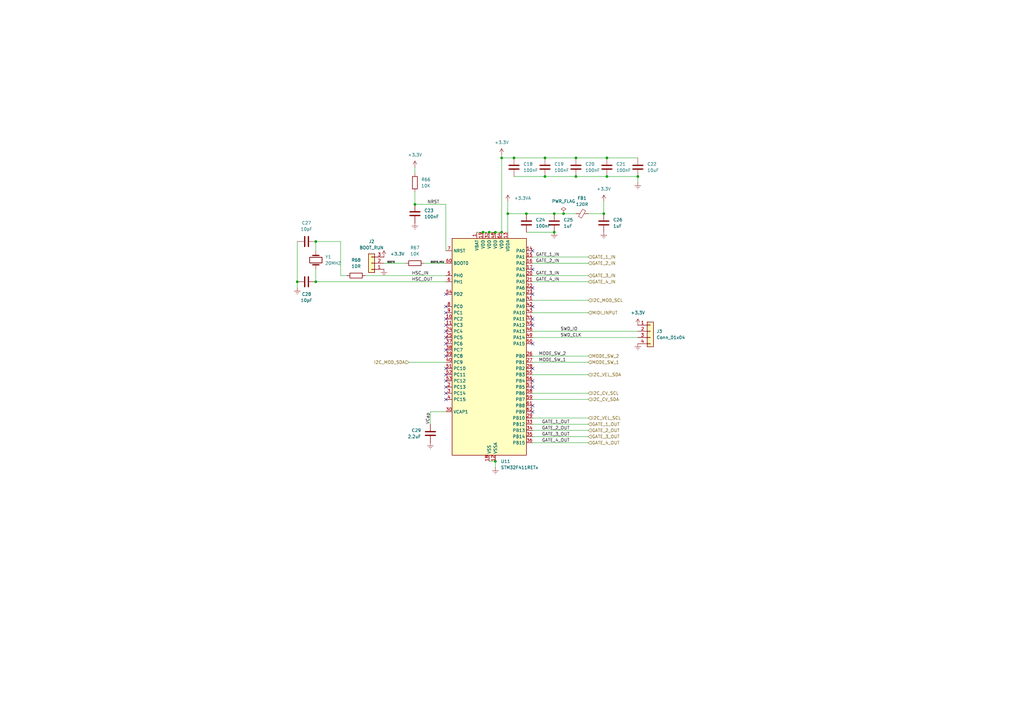
<source format=kicad_sch>
(kicad_sch (version 20231120) (generator "eeschema") (generator_version "8.0")
  (paper "A3")
  (lib_symbols
    (symbol "Connector_Generic:Conn_01x03" (pin_names (offset 1.016) hide)
      (property "Reference" "J" (at 0 5.08 0))
      (property "Value" "Conn_01x03" (at 0 -5.08 0))
      (symbol "Conn_01x03_1_1"
        (rectangle (start -1.27 -2.413) (end 0 -2.667) (stroke (width 0.1524)))
        (rectangle (start -1.27 0.127) (end 0 -0.127) (stroke (width 0.1524)))
        (rectangle (start -1.27 2.667) (end 0 2.413) (stroke (width 0.1524)))
        (rectangle (start -1.27 3.81) (end 1.27 -3.81) (stroke (width 0.254)) (fill (type background)))
        (pin passive line (at -5.08 2.54 0) (length 3.81) (name "Pin_1") (number "1"))
        (pin passive line (at -5.08 0 0) (length 3.81) (name "Pin_2") (number "2"))
        (pin passive line (at -5.08 -2.54 0) (length 3.81) (name "Pin_3") (number "3"))
      )
    )
    (symbol "Connector_Generic:Conn_01x04" (pin_names (offset 1.016) hide)
      (property "Reference" "J" (at 0 5.08 0))
      (property "Value" "Conn_01x04" (at 0 -7.62 0))
      (symbol "Conn_01x04_1_1"
        (rectangle (start -1.27 -4.953) (end 0 -5.207) (stroke (width 0.1524)))
        (rectangle (start -1.27 -2.413) (end 0 -2.667) (stroke (width 0.1524)))
        (rectangle (start -1.27 0.127) (end 0 -0.127) (stroke (width 0.1524)))
        (rectangle (start -1.27 2.667) (end 0 2.413) (stroke (width 0.1524)))
        (rectangle (start -1.27 3.81) (end 1.27 -6.35) (stroke (width 0.254)) (fill (type background)))
        (pin passive line (at -5.08 2.54 0) (length 3.81) (name "Pin_1") (number "1"))
        (pin passive line (at -5.08 0 0) (length 3.81) (name "Pin_2") (number "2"))
        (pin passive line (at -5.08 -2.54 0) (length 3.81) (name "Pin_3") (number "3"))
        (pin passive line (at -5.08 -5.08 0) (length 3.81) (name "Pin_4") (number "4"))
      )
    )
    (symbol "Device:C" (pin_numbers hide) (pin_names (offset 0.254))
      (property "Reference" "C" (at 0.635 2.54 0))
      (property "Value" "C" (at 0.635 -2.54 0))
      (symbol "C_0_1"
        (polyline (pts (xy -2.032 -0.762) (xy 2.032 -0.762)) (stroke (width 0.508)))
        (polyline (pts (xy -2.032 0.762) (xy 2.032 0.762)) (stroke (width 0.508)))
      )
      (symbol "C_1_1"
        (pin passive line (at 0 3.81 270) (length 2.794) (name "~") (number "1"))
        (pin passive line (at 0 -3.81 90) (length 2.794) (name "~") (number "2"))
      )
    )
    (symbol "Device:Crystal" (pin_numbers hide) (pin_names (offset 1.016) hide)
      (property "Reference" "Y" (at 0 3.81 0))
      (property "Value" "Crystal" (at 0 -3.81 0))
      (symbol "Crystal_0_1"
        (rectangle (start -1.143 2.54) (end 1.143 -2.54) (stroke (width 0.3048)))
        (polyline (pts (xy -2.54 0) (xy -1.905 0)))
        (polyline (pts (xy -1.905 -1.27) (xy -1.905 1.27)) (stroke (width 0.508)))
        (polyline (pts (xy 1.905 -1.27) (xy 1.905 1.27)) (stroke (width 0.508)))
        (polyline (pts (xy 2.54 0) (xy 1.905 0)))
      )
      (symbol "Crystal_1_1"
        (pin passive line (at -3.81 0 0) (length 1.27) (name "1") (number "1"))
        (pin passive line (at 3.81 0 180) (length 1.27) (name "2") (number "2"))
      )
    )
    (symbol "Device:FerriteBead_Small" (pin_numbers hide) (pin_names (offset 0))
      (property "Reference" "FB" (at 1.905 1.27 0))
      (property "Value" "FerriteBead_Small" (at 1.905 -1.27 0))
      (symbol "FerriteBead_Small_0_1"
        (polyline (pts (xy 0 -1.27) (xy 0 -0.7874)))
        (polyline (pts (xy 0 0.889) (xy 0 1.2954)))
        (polyline (pts (xy -1.8288 0.2794) (xy -1.1176 1.4986) (xy 1.8288 -0.2032) (xy 1.1176 -1.4224) (xy -1.8288 0.2794)))
      )
      (symbol "FerriteBead_Small_1_1"
        (pin passive line (at 0 2.54 270) (length 1.27) (name "~") (number "1"))
        (pin passive line (at 0 -2.54 90) (length 1.27) (name "~") (number "2"))
      )
    )
    (symbol "Device:R" (pin_numbers hide) (pin_names (offset 0))
      (property "Reference" "R" (at 2.032 0 90))
      (property "Value" "R" (at 0 0 90))
      (symbol "R_0_1"
        (rectangle (start -1.016 -2.54) (end 1.016 2.54) (stroke (width 0.254)))
      )
      (symbol "R_1_1"
        (pin passive line (at 0 3.81 270) (length 1.27) (name "~") (number "1"))
        (pin passive line (at 0 -3.81 90) (length 1.27) (name "~") (number "2"))
      )
    )
    (symbol "MCU_ST_STM32F4:STM32F411RETx"
      (property "Reference" "U" (at -15.24 46.99 0))
      (property "Value" "STM32F411RETx" (at 10.16 46.99 0))
      (symbol "STM32F411RETx_0_1"
        (rectangle (start -15.24 -43.18) (end 15.24 45.72) (stroke (width 0.254)) (fill (type background)))
      )
      (symbol "STM32F411RETx_1_1"
        (pin power_in line (at -5.08 48.26 270) (length 2.54) (name "VBAT") (number "1"))
        (pin bidirectional line (at -17.78 12.7 0) (length 2.54) (name "PC2") (number "10"))
        (pin bidirectional line (at -17.78 10.16 0) (length 2.54) (name "PC3") (number "11"))
        (pin power_in line (at 2.54 -45.72 90) (length 2.54) (name "VSSA") (number "12"))
        (pin power_in line (at 7.62 48.26 270) (length 2.54) (name "VDDA") (number "13"))
        (pin bidirectional line (at 17.78 40.64 180) (length 2.54) (name "PA0") (number "14"))
        (pin bidirectional line (at 17.78 38.1 180) (length 2.54) (name "PA1") (number "15"))
        (pin bidirectional line (at 17.78 35.56 180) (length 2.54) (name "PA2") (number "16"))
        (pin bidirectional line (at 17.78 33.02 180) (length 2.54) (name "PA3") (number "17"))
        (pin power_in line (at 0 -45.72 90) (length 2.54) (name "VSS") (number "18"))
        (pin power_in line (at -2.54 48.26 270) (length 2.54) (name "VDD") (number "19"))
        (pin bidirectional line (at -17.78 -15.24 0) (length 2.54) (name "PC13") (number "2"))
        (pin bidirectional line (at 17.78 30.48 180) (length 2.54) (name "PA4") (number "20"))
        (pin bidirectional line (at 17.78 27.94 180) (length 2.54) (name "PA5") (number "21"))
        (pin bidirectional line (at 17.78 25.4 180) (length 2.54) (name "PA6") (number "22"))
        (pin bidirectional line (at 17.78 22.86 180) (length 2.54) (name "PA7") (number "23"))
        (pin bidirectional line (at -17.78 7.62 0) (length 2.54) (name "PC4") (number "24"))
        (pin bidirectional line (at -17.78 5.08 0) (length 2.54) (name "PC5") (number "25"))
        (pin bidirectional line (at 17.78 -2.54 180) (length 2.54) (name "PB0") (number "26"))
        (pin bidirectional line (at 17.78 -5.08 180) (length 2.54) (name "PB1") (number "27"))
        (pin bidirectional line (at 17.78 -7.62 180) (length 2.54) (name "PB2") (number "28"))
        (pin bidirectional line (at 17.78 -27.94 180) (length 2.54) (name "PB10") (number "29"))
        (pin bidirectional line (at -17.78 -17.78 0) (length 2.54) (name "PC14") (number "3"))
        (pin power_out line (at -17.78 -25.4 0) (length 2.54) (name "VCAP1") (number "30"))
        (pin passive line (at 0 -45.72 90) (length 2.54) hide (name "VSS") (number "31"))
        (pin power_in line (at 0 48.26 270) (length 2.54) (name "VDD") (number "32"))
        (pin bidirectional line (at 17.78 -30.48 180) (length 2.54) (name "PB12") (number "33"))
        (pin bidirectional line (at 17.78 -33.02 180) (length 2.54) (name "PB13") (number "34"))
        (pin bidirectional line (at 17.78 -35.56 180) (length 2.54) (name "PB14") (number "35"))
        (pin bidirectional line (at 17.78 -38.1 180) (length 2.54) (name "PB15") (number "36"))
        (pin bidirectional line (at -17.78 2.54 0) (length 2.54) (name "PC6") (number "37"))
        (pin bidirectional line (at -17.78 0 0) (length 2.54) (name "PC7") (number "38"))
        (pin bidirectional line (at -17.78 -2.54 0) (length 2.54) (name "PC8") (number "39"))
        (pin bidirectional line (at -17.78 -20.32 0) (length 2.54) (name "PC15") (number "4"))
        (pin bidirectional line (at -17.78 -5.08 0) (length 2.54) (name "PC9") (number "40"))
        (pin bidirectional line (at 17.78 20.32 180) (length 2.54) (name "PA8") (number "41"))
        (pin bidirectional line (at 17.78 17.78 180) (length 2.54) (name "PA9") (number "42"))
        (pin bidirectional line (at 17.78 15.24 180) (length 2.54) (name "PA10") (number "43"))
        (pin bidirectional line (at 17.78 12.7 180) (length 2.54) (name "PA11") (number "44"))
        (pin bidirectional line (at 17.78 10.16 180) (length 2.54) (name "PA12") (number "45"))
        (pin bidirectional line (at 17.78 7.62 180) (length 2.54) (name "PA13") (number "46"))
        (pin passive line (at 0 -45.72 90) (length 2.54) hide (name "VSS") (number "47"))
        (pin power_in line (at 2.54 48.26 270) (length 2.54) (name "VDD") (number "48"))
        (pin bidirectional line (at 17.78 5.08 180) (length 2.54) (name "PA14") (number "49"))
        (pin bidirectional line (at -17.78 30.48 0) (length 2.54) (name "PH0") (number "5"))
        (pin bidirectional line (at 17.78 2.54 180) (length 2.54) (name "PA15") (number "50"))
        (pin bidirectional line (at -17.78 -7.62 0) (length 2.54) (name "PC10") (number "51"))
        (pin bidirectional line (at -17.78 -10.16 0) (length 2.54) (name "PC11") (number "52"))
        (pin bidirectional line (at -17.78 -12.7 0) (length 2.54) (name "PC12") (number "53"))
        (pin bidirectional line (at -17.78 22.86 0) (length 2.54) (name "PD2") (number "54"))
        (pin bidirectional line (at 17.78 -10.16 180) (length 2.54) (name "PB3") (number "55"))
        (pin bidirectional line (at 17.78 -12.7 180) (length 2.54) (name "PB4") (number "56"))
        (pin bidirectional line (at 17.78 -15.24 180) (length 2.54) (name "PB5") (number "57"))
        (pin bidirectional line (at 17.78 -17.78 180) (length 2.54) (name "PB6") (number "58"))
        (pin bidirectional line (at 17.78 -20.32 180) (length 2.54) (name "PB7") (number "59"))
        (pin bidirectional line (at -17.78 27.94 0) (length 2.54) (name "PH1") (number "6"))
        (pin input line (at -17.78 35.56 0) (length 2.54) (name "BOOT0") (number "60"))
        (pin bidirectional line (at 17.78 -22.86 180) (length 2.54) (name "PB8") (number "61"))
        (pin bidirectional line (at 17.78 -25.4 180) (length 2.54) (name "PB9") (number "62"))
        (pin passive line (at 0 -45.72 90) (length 2.54) hide (name "VSS") (number "63"))
        (pin power_in line (at 5.08 48.26 270) (length 2.54) (name "VDD") (number "64"))
        (pin input line (at -17.78 40.64 0) (length 2.54) (name "NRST") (number "7"))
        (pin bidirectional line (at -17.78 17.78 0) (length 2.54) (name "PC0") (number "8"))
        (pin bidirectional line (at -17.78 15.24 0) (length 2.54) (name "PC1") (number "9"))
      )
    )
    (symbol "power:+3.3V" (power) (pin_numbers hide) (pin_names (offset 0) hide)
      (property "Value" "+3.3V" (at 0 3.556 0))
      (symbol "+3.3V_0_1"
        (polyline (pts (xy -0.762 1.27) (xy 0 2.54)))
        (polyline (pts (xy 0 0) (xy 0 2.54)))
        (polyline (pts (xy 0 2.54) (xy 0.762 1.27)))
      )
      (symbol "+3.3V_1_1"
        (pin power_in line (at 0 0 90) (length 0) (name "~") (number "1"))
      )
    )
    (symbol "power:GNDREF" (power) (pin_numbers hide) (pin_names (offset 0) hide)
      (property "Value" "GNDREF" (at 0 -3.81 0))
      (symbol "GNDREF_0_1"
        (polyline (pts (xy -0.635 -1.905) (xy 0.635 -1.905)))
        (polyline (pts (xy -0.127 -2.54) (xy 0.127 -2.54)))
        (polyline (pts (xy 0 -1.27) (xy 0 0)))
        (polyline (pts (xy 1.27 -1.27) (xy -1.27 -1.27)))
      )
      (symbol "GNDREF_1_1"
        (pin power_in line (at 0 0 270) (length 0) (name "~") (number "1"))
      )
    )
    (symbol "power:PWR_FLAG" (power) (pin_numbers hide) (pin_names (offset 0) hide)
      (property "Value" "PWR_FLAG" (at 0 3.81 0))
      (symbol "PWR_FLAG_0_0"
        (pin power_out line (at 0 0 90) (length 0) (name "~") (number "1"))
      )
      (symbol "PWR_FLAG_0_1"
        (polyline (pts (xy 0 0) (xy 0 1.27) (xy -1.016 1.905) (xy 0 2.54) (xy 1.016 1.905) (xy 0 1.27)))
      )
    )
  )
  (junction (at 170.18 83.82))
  (junction (at 227.33 95.25))
  (junction (at 129.54 115.57))
  (junction (at 205.74 95.25))
  (junction (at 223.52 72.39))
  (junction (at 210.82 64.77))
  (junction (at 227.33 87.63))
  (junction (at 208.28 87.63))
  (junction (at 248.92 72.39))
  (junction (at 236.22 72.39))
  (junction (at 223.52 64.77))
  (junction (at 231.14 87.63))
  (junction (at 205.74 64.77))
  (junction (at 215.9 87.63))
  (junction (at 248.92 64.77))
  (junction (at 198.12 95.25))
  (junction (at 236.22 64.77))
  (junction (at 129.54 99.06))
  (junction (at 247.65 87.63))
  (junction (at 203.2 95.25))
  (junction (at 203.2 189.23))
  (junction (at 121.92 115.57))
  (junction (at 261.62 72.39))
  (junction (at 200.66 95.25))
  (no_connect (at 218.44 102.87))
  (no_connect (at 218.44 140.97))
  (no_connect (at 182.88 125.73))
  (no_connect (at 182.88 146.05))
  (no_connect (at 218.44 130.81))
  (no_connect (at 218.44 125.73))
  (no_connect (at 218.44 120.65))
  (no_connect (at 182.88 128.27))
  (no_connect (at 182.88 161.29))
  (no_connect (at 218.44 133.35))
  (no_connect (at 182.88 140.97))
  (no_connect (at 182.88 153.67))
  (no_connect (at 218.44 151.13))
  (no_connect (at 218.44 158.75))
  (no_connect (at 182.88 130.81))
  (no_connect (at 182.88 133.35))
  (no_connect (at 218.44 166.37))
  (no_connect (at 182.88 158.75))
  (no_connect (at 182.88 120.65))
  (no_connect (at 218.44 156.21))
  (no_connect (at 182.88 143.51))
  (no_connect (at 218.44 118.11))
  (no_connect (at 182.88 156.21))
  (no_connect (at 182.88 163.83))
  (no_connect (at 218.44 110.49))
  (no_connect (at 182.88 138.43))
  (no_connect (at 182.88 151.13))
  (no_connect (at 182.88 135.89))
  (no_connect (at 218.44 168.91))
  (wire (pts (xy 261.62 74.93) (xy 261.62 72.39)))
  (wire (pts (xy 241.3 153.67) (xy 218.44 153.67)))
  (wire (pts (xy 210.82 64.77) (xy 223.52 64.77)))
  (wire (pts (xy 170.18 68.58) (xy 170.18 71.12)))
  (wire (pts (xy 205.74 63.5) (xy 205.74 64.77)))
  (wire (pts (xy 203.2 191.77) (xy 203.2 189.23)))
  (wire (pts (xy 205.74 64.77) (xy 210.82 64.77)))
  (wire (pts (xy 170.18 78.74) (xy 170.18 83.82)))
  (wire (pts (xy 218.44 115.57) (xy 241.3 115.57)))
  (wire (pts (xy 176.53 168.91) (xy 182.88 168.91)))
  (wire (pts (xy 241.3 171.45) (xy 218.44 171.45)))
  (wire (pts (xy 167.64 148.59) (xy 182.88 148.59)))
  (wire (pts (xy 121.92 99.06) (xy 121.92 115.57)))
  (wire (pts (xy 129.54 115.57) (xy 182.88 115.57)))
  (wire (pts (xy 218.44 176.53) (xy 241.3 176.53)))
  (wire (pts (xy 182.88 102.87) (xy 182.88 83.82)))
  (wire (pts (xy 200.66 95.25) (xy 203.2 95.25)))
  (wire (pts (xy 205.74 64.77) (xy 205.74 95.25)))
  (wire (pts (xy 227.33 87.63) (xy 231.14 87.63)))
  (wire (pts (xy 215.9 87.63) (xy 227.33 87.63)))
  (wire (pts (xy 248.92 72.39) (xy 261.62 72.39)))
  (wire (pts (xy 218.44 105.41) (xy 241.3 105.41)))
  (wire (pts (xy 223.52 64.77) (xy 236.22 64.77)))
  (wire (pts (xy 208.28 87.63) (xy 215.9 87.63)))
  (wire (pts (xy 195.58 95.25) (xy 198.12 95.25)))
  (wire (pts (xy 198.12 95.25) (xy 200.66 95.25)))
  (wire (pts (xy 218.44 135.89) (xy 261.62 135.89)))
  (wire (pts (xy 241.3 161.29) (xy 218.44 161.29)))
  (wire (pts (xy 129.54 102.87) (xy 129.54 99.06)))
  (wire (pts (xy 157.48 107.95) (xy 166.37 107.95)))
  (wire (pts (xy 208.28 87.63) (xy 208.28 95.25)))
  (wire (pts (xy 241.3 163.83) (xy 218.44 163.83)))
  (wire (pts (xy 236.22 64.77) (xy 248.92 64.77)))
  (wire (pts (xy 129.54 99.06) (xy 139.7 99.06)))
  (wire (pts (xy 241.3 128.27) (xy 218.44 128.27)))
  (wire (pts (xy 218.44 113.03) (xy 241.3 113.03)))
  (wire (pts (xy 139.7 99.06) (xy 139.7 113.03)))
  (wire (pts (xy 200.66 189.23) (xy 203.2 189.23)))
  (wire (pts (xy 236.22 72.39) (xy 248.92 72.39)))
  (wire (pts (xy 203.2 95.25) (xy 205.74 95.25)))
  (wire (pts (xy 223.52 72.39) (xy 236.22 72.39)))
  (wire (pts (xy 121.92 115.57) (xy 121.92 118.11)))
  (wire (pts (xy 208.28 87.63) (xy 208.28 82.55)))
  (wire (pts (xy 218.44 123.19) (xy 241.3 123.19)))
  (wire (pts (xy 139.7 113.03) (xy 142.24 113.03)))
  (wire (pts (xy 218.44 146.05) (xy 241.3 146.05)))
  (wire (pts (xy 247.65 82.55) (xy 247.65 87.63)))
  (wire (pts (xy 218.44 179.07) (xy 241.3 179.07)))
  (wire (pts (xy 173.99 107.95) (xy 182.88 107.95)))
  (wire (pts (xy 129.54 110.49) (xy 129.54 115.57)))
  (wire (pts (xy 248.92 64.77) (xy 261.62 64.77)))
  (wire (pts (xy 241.3 87.63) (xy 247.65 87.63)))
  (wire (pts (xy 241.3 173.99) (xy 218.44 173.99)))
  (wire (pts (xy 210.82 72.39) (xy 223.52 72.39)))
  (wire (pts (xy 241.3 148.59) (xy 218.44 148.59)))
  (wire (pts (xy 182.88 83.82) (xy 170.18 83.82)))
  (wire (pts (xy 218.44 138.43) (xy 261.62 138.43)))
  (wire (pts (xy 215.9 95.25) (xy 227.33 95.25)))
  (wire (pts (xy 149.86 113.03) (xy 182.88 113.03)))
  (wire (pts (xy 176.53 168.91) (xy 176.53 173.99)))
  (wire (pts (xy 231.14 87.63) (xy 236.22 87.63)))
  (wire (pts (xy 218.44 181.61) (xy 241.3 181.61)))
  (wire (pts (xy 218.44 107.95) (xy 241.3 107.95)))
  (label "GATE_3_OUT" (at 222.25 179.07 0))
  (label "VCap" (at 176.53 173.99 90))
  (label "SWD_CLK" (at 229.87 138.43 0))
  (label "GATE_1_OUT" (at 222.25 173.99 0))
  (label "BOOT0" (at 158.75 107.95 0) (effects (font (size 0.635 0.635))))
  (label "GATE_1_IN" (at 219.71 105.41 0))
  (label "MODE_SW_1" (at 220.98 148.59 0))
  (label "GATE_4_OUT" (at 222.25 181.61 0))
  (label "GATE_3_IN" (at 219.71 113.03 0))
  (label "GATE_2_OUT" (at 222.25 176.53 0))
  (label "GATE_2_IN" (at 219.71 107.95 0))
  (label "SWD_IO" (at 229.87 135.89 0))
  (label "HSC_OUT" (at 168.91 115.57 0))
  (label "GATE_4_IN" (at 219.71 115.57 0))
  (label "HSC_IN" (at 168.91 113.03 0))
  (label "BOOT0_MCU" (at 176.53 107.95 0) (effects (font (size 0.635 0.635))))
  (label "NRST" (at 175.26 83.82 0))
  (label "MODE_SW_2" (at 220.98 146.05 0))
  (hierarchical_label "I2C_CV_SDA" (shape input) (at 241.3 163.83 0))
  (hierarchical_label "GATE_4_OUT" (shape input) (at 241.3 181.61 0))
  (hierarchical_label "GATE_3_IN" (shape input) (at 241.3 113.03 0))
  (hierarchical_label "GATE_2_IN" (shape input) (at 241.3 107.95 0))
  (hierarchical_label "GATE_1_OUT" (shape input) (at 241.3 173.99 0))
  (hierarchical_label "I2C_VEL_SDA" (shape input) (at 241.3 153.67 0))
  (hierarchical_label "MODE_SW_2" (shape input) (at 241.3 146.05 0))
  (hierarchical_label "MIDI_INPUT" (shape input) (at 241.3 128.27 0))
  (hierarchical_label "GATE_2_OUT" (shape input) (at 241.3 176.53 0))
  (hierarchical_label "I2C_CV_SCL" (shape input) (at 241.3 161.29 0))
  (hierarchical_label "I2C_MOD_SCL" (shape input) (at 241.3 123.19 0))
  (hierarchical_label "GATE_4_IN" (shape input) (at 241.3 115.57 0))
  (hierarchical_label "MODE_SW_1" (shape input) (at 241.3 148.59 0))
  (hierarchical_label "I2C_MOD_SDA" (shape input) (at 167.64 148.59 180))
  (hierarchical_label "GATE_1_IN" (shape input) (at 241.3 105.41 0))
  (hierarchical_label "I2C_VEL_SCL" (shape input) (at 241.3 171.45 0))
  (hierarchical_label "GATE_3_OUT" (shape input) (at 241.3 179.07 0))
  (symbol (lib_id "Device:C") (at 248.92 68.58 180) (unit 1)
    (property "Reference" "C21" (at 252.73 67.3099 0) (effects (justify right)))
    (property "Value" "100nF" (at 252.73 69.8499 0) (effects (justify right)))
    (property "Footprint" "Capacitor_SMD:C_0805_2012Metric_Pad1.18x1.45mm_HandSolder" (effects (hide yes)))
    (property "Description" "Unpolarized capacitor" (effects (hide yes)))
  )
  (symbol (lib_id "power:GNDREF") (at 157.48 110.49 0) (unit 1)
    (property "Reference" "#PWR094" (effects (hide yes)))
    (property "Value" "GNDREF" (effects (hide yes)))
    (property "Description" "Power symbol creates a global label with name \"GNDREF\" , reference supply ground" (effects (hide yes)))
  )
  (symbol (lib_id "Device:R") (at 146.05 113.03 90) (unit 1)
    (property "Reference" "R68" (at 146.05 106.68 90))
    (property "Value" "10R" (at 146.05 109.22 90))
    (property "Footprint" "Resistor_SMD:R_0805_2012Metric_Pad1.20x1.40mm_HandSolder" (effects (hide yes)))
    (property "Description" "Resistor" (effects (hide yes)))
  )
  (symbol (lib_id "power:GNDREF") (at 227.33 95.25 0) (unit 1)
    (property "Reference" "#PWR091" (effects (hide yes)))
    (property "Value" "GNDREF" (effects (hide yes)))
    (property "Description" "Power symbol creates a global label with name \"GNDREF\" , reference supply ground" (effects (hide yes)))
  )
  (symbol (lib_id "Device:FerriteBead_Small") (at 238.76 87.63 90) (unit 1)
    (property "Reference" "FB1" (at 238.7219 81.28 90))
    (property "Value" "120R" (at 238.7219 83.82 90))
    (property "Footprint" "Inductor_SMD:L_0805_2012Metric_Pad1.05x1.20mm_HandSolder" (effects (hide yes)))
    (property "Description" "Ferrite bead, small symbol" (effects (hide yes)))
  )
  (symbol (lib_id "power:GNDREF") (at 247.65 95.25 0) (unit 1)
    (property "Reference" "#PWR092" (effects (hide yes)))
    (property "Value" "GNDREF" (effects (hide yes)))
    (property "Description" "Power symbol creates a global label with name \"GNDREF\" , reference supply ground" (effects (hide yes)))
  )
  (symbol (lib_id "Device:C") (at 261.62 68.58 180) (unit 1)
    (property "Reference" "C22" (at 265.43 67.3099 0) (effects (justify right)))
    (property "Value" "10uF" (at 265.43 69.8499 0) (effects (justify right)))
    (property "Footprint" "Capacitor_SMD:C_0805_2012Metric_Pad1.18x1.45mm_HandSolder" (effects (hide yes)))
    (property "Description" "Unpolarized capacitor" (effects (hide yes)))
  )
  (symbol (lib_id "power:GNDREF") (at 261.62 140.97 0) (unit 1)
    (property "Reference" "#PWR097" (effects (hide yes)))
    (property "Value" "GNDREF" (effects (hide yes)))
    (property "Description" "Power symbol creates a global label with name \"GNDREF\" , reference supply ground" (effects (hide yes)))
  )
  (symbol (lib_id "Connector_Generic:Conn_01x04") (at 266.7 135.89 0) (unit 1)
    (property "Reference" "J3" (at 269.24 135.8899 0) (effects (justify left)))
    (property "Value" "Conn_01x04" (at 269.24 138.4299 0) (effects (justify left)))
    (property "Footprint" "Connector_PinHeader_2.54mm:PinHeader_1x04_P2.54mm_Vertical" (effects (hide yes)))
    (property "Description" "Generic connector, single row, 01x04, script generated (kicad-library-utils/schlib/autogen/connector/)" (effects (hide yes)))
  )
  (symbol (lib_id "power:+3.3V") (at 157.48 105.41 0) (unit 1)
    (property "Reference" "#PWR093" (effects (hide yes)))
    (property "Value" "+3.3V" (at 160.02 104.1399 0) (effects (justify left)))
    (property "Description" "Power symbol creates a global label with name \"+3.3V\"" (effects (hide yes)))
  )
  (symbol (lib_id "Device:R") (at 170.18 107.95 90) (unit 1)
    (property "Reference" "R67" (at 170.18 101.6 90))
    (property "Value" "10K" (at 170.18 104.14 90))
    (property "Footprint" "Resistor_SMD:R_0805_2012Metric_Pad1.20x1.40mm_HandSolder" (effects (hide yes)))
    (property "Description" "Resistor" (effects (hide yes)))
  )
  (symbol (lib_id "power:+3.3V") (at 261.62 133.35 0) (unit 1)
    (property "Reference" "#PWR096" (effects (hide yes)))
    (property "Value" "+3.3V" (at 261.62 128.27 0))
    (property "Description" "Power symbol creates a global label with name \"+3.3V\"" (effects (hide yes)))
  )
  (symbol (lib_id "power:GNDREF") (at 176.53 181.61 0) (unit 1)
    (property "Reference" "#PWR098" (effects (hide yes)))
    (property "Value" "GNDREF" (effects (hide yes)))
    (property "Description" "Power symbol creates a global label with name \"GNDREF\" , reference supply ground" (effects (hide yes)))
  )
  (symbol (lib_id "Device:C") (at 125.73 99.06 270) (unit 1)
    (property "Reference" "C27" (at 125.73 91.44 90))
    (property "Value" "10pF" (at 125.73 93.98 90))
    (property "Footprint" "Capacitor_SMD:C_0805_2012Metric_Pad1.18x1.45mm_HandSolder" (effects (hide yes)))
    (property "Description" "Unpolarized capacitor" (effects (hide yes)))
  )
  (symbol (lib_id "Device:C") (at 227.33 91.44 180) (unit 1)
    (property "Reference" "C25" (at 231.14 90.1699 0) (effects (justify right)))
    (property "Value" "1uF" (at 231.14 92.7099 0) (effects (justify right)))
    (property "Footprint" "Capacitor_SMD:C_0805_2012Metric_Pad1.18x1.45mm_HandSolder" (effects (hide yes)))
    (property "Description" "Unpolarized capacitor" (effects (hide yes)))
  )
  (symbol (lib_id "Connector_Generic:Conn_01x03") (at 152.4 107.95 180) (unit 1)
    (property "Reference" "J2" (at 152.4 99.06 0))
    (property "Value" "BOOT_RUN" (at 152.4 101.6 0))
    (property "Footprint" "Connector_PinHeader_2.54mm:PinHeader_1x03_P2.54mm_Vertical" (effects (hide yes)))
    (property "Description" "Generic connector, single row, 01x03, script generated (kicad-library-utils/schlib/autogen/connector/)" (effects (hide yes)))
  )
  (symbol (lib_id "power:GNDREF") (at 121.92 118.11 0) (unit 1)
    (property "Reference" "#PWR095" (effects (hide yes)))
    (property "Value" "GNDREF" (effects (hide yes)))
    (property "Description" "Power symbol creates a global label with name \"GNDREF\" , reference supply ground" (effects (hide yes)))
  )
  (symbol (lib_id "power:+3.3V") (at 247.65 82.55 0) (unit 1)
    (property "Reference" "#PWR089" (effects (hide yes)))
    (property "Value" "+3.3V" (at 247.65 77.47 0))
    (property "Description" "Power symbol creates a global label with name \"+3.3V\"" (effects (hide yes)))
  )
  (symbol (lib_id "power:GNDREF") (at 261.62 74.93 0) (unit 1)
    (property "Reference" "#PWR087" (effects (hide yes)))
    (property "Value" "GNDREF" (effects (hide yes)))
    (property "Description" "Power symbol creates a global label with name \"GNDREF\" , reference supply ground" (effects (hide yes)))
  )
  (symbol (lib_id "Device:C") (at 236.22 68.58 180) (unit 1)
    (property "Reference" "C20" (at 240.03 67.3099 0) (effects (justify right)))
    (property "Value" "100nF" (at 240.03 69.8499 0) (effects (justify right)))
    (property "Footprint" "Capacitor_SMD:C_0805_2012Metric_Pad1.18x1.45mm_HandSolder" (effects (hide yes)))
    (property "Description" "Unpolarized capacitor" (effects (hide yes)))
  )
  (symbol (lib_id "Device:C") (at 210.82 68.58 180) (unit 1)
    (property "Reference" "C18" (at 214.63 67.3099 0) (effects (justify right)))
    (property "Value" "100nF" (at 214.63 69.8499 0) (effects (justify right)))
    (property "Footprint" "Capacitor_SMD:C_0805_2012Metric_Pad1.18x1.45mm_HandSolder" (effects (hide yes)))
    (property "Description" "Unpolarized capacitor" (effects (hide yes)))
  )
  (symbol (lib_id "Device:Crystal") (at 129.54 106.68 270) (unit 1)
    (property "Reference" "Y1" (at 133.35 105.4099 90) (effects (justify left)))
    (property "Value" "20MHZ" (at 133.35 107.9499 90) (effects (justify left)))
    (property "Footprint" "Crystal:Crystal_SMD_HC49-SD_HandSoldering" (effects (hide yes)))
    (property "Description" "Two pin crystal" (effects (hide yes)))
  )
  (symbol (lib_id "Device:C") (at 125.73 115.57 270) (unit 1)
    (property "Reference" "C28" (at 125.73 120.65 90))
    (property "Value" "10pF" (at 125.73 123.19 90))
    (property "Footprint" "Capacitor_SMD:C_0805_2012Metric_Pad1.18x1.45mm_HandSolder" (effects (hide yes)))
    (property "Description" "Unpolarized capacitor" (effects (hide yes)))
  )
  (symbol (lib_id "Device:C") (at 176.53 177.8 0) (unit 1)
    (property "Reference" "C29" (at 172.72 176.5299 0) (effects (justify right)))
    (property "Value" "2.2uF" (at 172.72 179.0699 0) (effects (justify right)))
    (property "Footprint" "Capacitor_SMD:C_0805_2012Metric_Pad1.18x1.45mm_HandSolder" (effects (hide yes)))
    (property "Description" "Unpolarized capacitor" (effects (hide yes)))
  )
  (symbol (lib_id "Device:C") (at 223.52 68.58 180) (unit 1)
    (property "Reference" "C19" (at 227.33 67.3099 0) (effects (justify right)))
    (property "Value" "100nF" (at 227.33 69.8499 0) (effects (justify right)))
    (property "Footprint" "Capacitor_SMD:C_0805_2012Metric_Pad1.18x1.45mm_HandSolder" (effects (hide yes)))
    (property "Description" "Unpolarized capacitor" (effects (hide yes)))
  )
  (symbol (lib_id "Device:C") (at 170.18 87.63 0) (unit 1)
    (property "Reference" "C23" (at 173.99 86.3599 0) (effects (justify left)))
    (property "Value" "100nF" (at 173.99 88.8999 0) (effects (justify left)))
    (property "Footprint" "Capacitor_SMD:C_0805_2012Metric_Pad1.18x1.45mm_HandSolder" (effects (hide yes)))
    (property "Description" "Unpolarized capacitor" (effects (hide yes)))
  )
  (symbol (lib_id "power:+3.3V") (at 170.18 68.58 0) (unit 1)
    (property "Reference" "#PWR086" (effects (hide yes)))
    (property "Value" "+3.3V" (at 170.18 63.5 0))
    (property "Description" "Power symbol creates a global label with name \"+3.3V\"" (effects (hide yes)))
  )
  (symbol (lib_id "power:GNDREF") (at 203.2 191.77 0) (unit 1)
    (property "Reference" "#PWR099" (effects (hide yes)))
    (property "Value" "GNDREF" (effects (hide yes)))
    (property "Description" "Power symbol creates a global label with name \"GNDREF\" , reference supply ground" (effects (hide yes)))
  )
  (symbol (lib_id "power:GNDREF") (at 170.18 91.44 0) (unit 1)
    (property "Reference" "#PWR090" (effects (hide yes)))
    (property "Value" "GNDREF" (effects (hide yes)))
    (property "Description" "Power symbol creates a global label with name \"GNDREF\" , reference supply ground" (effects (hide yes)))
  )
  (symbol (lib_id "Device:R") (at 170.18 74.93 180) (unit 1)
    (property "Reference" "R66" (at 172.72 73.6599 0) (effects (justify right)))
    (property "Value" "10K" (at 172.72 76.1999 0) (effects (justify right)))
    (property "Footprint" "Resistor_SMD:R_0805_2012Metric_Pad1.20x1.40mm_HandSolder" (effects (hide yes)))
    (property "Description" "Resistor" (effects (hide yes)))
  )
  (symbol (lib_id "MCU_ST_STM32F4:STM32F411RETx") (at 200.66 143.51 0) (unit 1)
    (property "Reference" "U11" (at 205.3941 189.23 0) (effects (justify left)))
    (property "Value" "STM32F411RETx" (at 205.3941 191.77 0) (effects (justify left)))
    (property "Footprint" "Package_QFP:LQFP-64_10x10mm_P0.5mm" (effects (hide yes)))
    (property "Datasheet" "https://www.st.com/resource/en/datasheet/stm32f411re.pdf" (effects (hide yes)))
    (property "Description" "STMicroelectronics Arm Cortex-M4 MCU, 512KB flash, 128KB RAM, 100 MHz, 1.7-3.6V, 50 GPIO, LQFP64" (effects (hide yes)))
  )
  (symbol (lib_id "power:+3.3V") (at 208.28 82.55 0) (unit 1)
    (property "Reference" "#PWR088" (effects (hide yes)))
    (property "Value" "+3.3VA" (at 210.82 81.2799 0) (effects (justify left)))
    (property "Description" "Power symbol creates a global label with name \"+3.3V\"" (effects (hide yes)))
  )
  (symbol (lib_id "power:+3.3V") (at 205.74 63.5 0) (unit 1)
    (property "Reference" "#PWR085" (effects (hide yes)))
    (property "Value" "+3.3V" (at 205.74 58.42 0))
    (property "Description" "Power symbol creates a global label with name \"+3.3V\"" (effects (hide yes)))
  )
  (symbol (lib_id "Device:C") (at 215.9 91.44 180) (unit 1)
    (property "Reference" "C24" (at 219.71 90.1699 0) (effects (justify right)))
    (property "Value" "100nF" (at 219.71 92.7099 0) (effects (justify right)))
    (property "Footprint" "Capacitor_SMD:C_0805_2012Metric_Pad1.18x1.45mm_HandSolder" (effects (hide yes)))
    (property "Description" "Unpolarized capacitor" (effects (hide yes)))
  )
  (symbol (lib_id "power:PWR_FLAG") (at 231.14 87.63 0) (unit 1)
    (property "Reference" "#FLG05" (effects (hide yes)))
    (property "Value" "PWR_FLAG" (at 231.14 82.55 0))
    (property "Description" "Special symbol for telling ERC where power comes from" (effects (hide yes)))
  )
  (symbol (lib_id "Device:C") (at 247.65 91.44 180) (unit 1)
    (property "Reference" "C26" (at 251.46 90.1699 0) (effects (justify right)))
    (property "Value" "1uF" (at 251.46 92.7099 0) (effects (justify right)))
    (property "Footprint" "Capacitor_SMD:C_0805_2012Metric_Pad1.18x1.45mm_HandSolder" (effects (hide yes)))
    (property "Description" "Unpolarized capacitor" (effects (hide yes)))
  )
)
</source>
